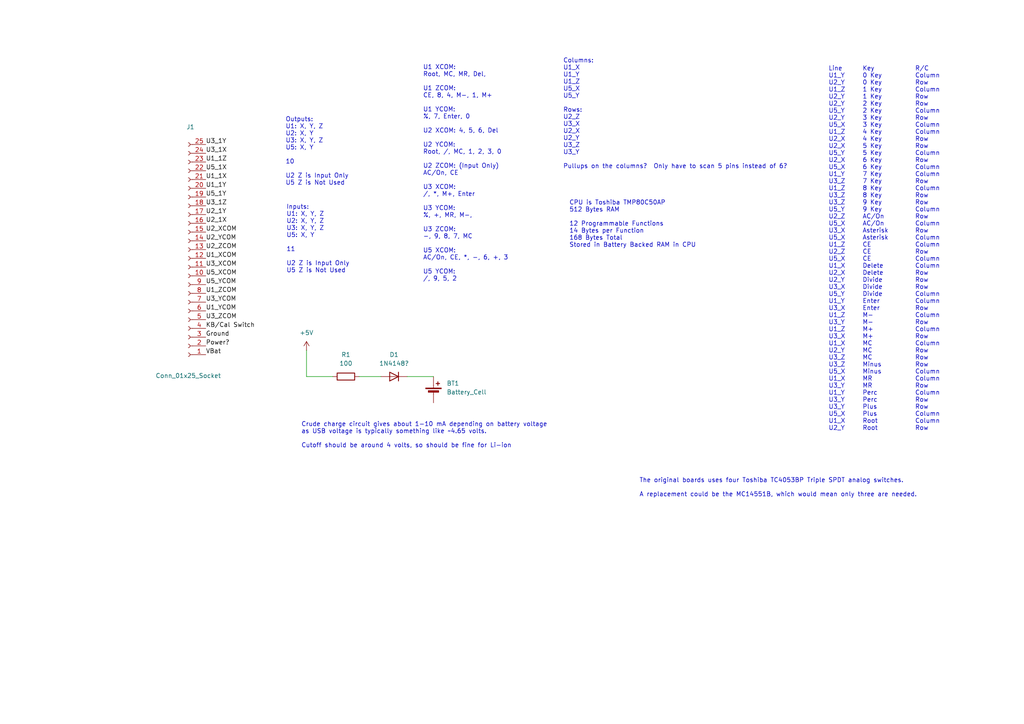
<source format=kicad_sch>
(kicad_sch
	(version 20231120)
	(generator "eeschema")
	(generator_version "8.0")
	(uuid "91b4b52e-1d04-439a-bea2-aefd7933718e")
	(paper "A4")
	(lib_symbols
		(symbol "Connector:Conn_01x25_Socket"
			(pin_names
				(offset 1.016) hide)
			(exclude_from_sim no)
			(in_bom yes)
			(on_board yes)
			(property "Reference" "J"
				(at 0 33.02 0)
				(effects
					(font
						(size 1.27 1.27)
					)
				)
			)
			(property "Value" "Conn_01x25_Socket"
				(at 0 -33.02 0)
				(effects
					(font
						(size 1.27 1.27)
					)
				)
			)
			(property "Footprint" ""
				(at 0 0 0)
				(effects
					(font
						(size 1.27 1.27)
					)
					(hide yes)
				)
			)
			(property "Datasheet" "~"
				(at 0 0 0)
				(effects
					(font
						(size 1.27 1.27)
					)
					(hide yes)
				)
			)
			(property "Description" "Generic connector, single row, 01x25, script generated"
				(at 0 0 0)
				(effects
					(font
						(size 1.27 1.27)
					)
					(hide yes)
				)
			)
			(property "ki_locked" ""
				(at 0 0 0)
				(effects
					(font
						(size 1.27 1.27)
					)
				)
			)
			(property "ki_keywords" "connector"
				(at 0 0 0)
				(effects
					(font
						(size 1.27 1.27)
					)
					(hide yes)
				)
			)
			(property "ki_fp_filters" "Connector*:*_1x??_*"
				(at 0 0 0)
				(effects
					(font
						(size 1.27 1.27)
					)
					(hide yes)
				)
			)
			(symbol "Conn_01x25_Socket_1_1"
				(arc
					(start 0 -29.972)
					(mid -0.5058 -30.48)
					(end 0 -30.988)
					(stroke
						(width 0.1524)
						(type default)
					)
					(fill
						(type none)
					)
				)
				(arc
					(start 0 -27.432)
					(mid -0.5058 -27.94)
					(end 0 -28.448)
					(stroke
						(width 0.1524)
						(type default)
					)
					(fill
						(type none)
					)
				)
				(arc
					(start 0 -24.892)
					(mid -0.5058 -25.4)
					(end 0 -25.908)
					(stroke
						(width 0.1524)
						(type default)
					)
					(fill
						(type none)
					)
				)
				(arc
					(start 0 -22.352)
					(mid -0.5058 -22.86)
					(end 0 -23.368)
					(stroke
						(width 0.1524)
						(type default)
					)
					(fill
						(type none)
					)
				)
				(arc
					(start 0 -19.812)
					(mid -0.5058 -20.32)
					(end 0 -20.828)
					(stroke
						(width 0.1524)
						(type default)
					)
					(fill
						(type none)
					)
				)
				(arc
					(start 0 -17.272)
					(mid -0.5058 -17.78)
					(end 0 -18.288)
					(stroke
						(width 0.1524)
						(type default)
					)
					(fill
						(type none)
					)
				)
				(arc
					(start 0 -14.732)
					(mid -0.5058 -15.24)
					(end 0 -15.748)
					(stroke
						(width 0.1524)
						(type default)
					)
					(fill
						(type none)
					)
				)
				(arc
					(start 0 -12.192)
					(mid -0.5058 -12.7)
					(end 0 -13.208)
					(stroke
						(width 0.1524)
						(type default)
					)
					(fill
						(type none)
					)
				)
				(arc
					(start 0 -9.652)
					(mid -0.5058 -10.16)
					(end 0 -10.668)
					(stroke
						(width 0.1524)
						(type default)
					)
					(fill
						(type none)
					)
				)
				(arc
					(start 0 -7.112)
					(mid -0.5058 -7.62)
					(end 0 -8.128)
					(stroke
						(width 0.1524)
						(type default)
					)
					(fill
						(type none)
					)
				)
				(arc
					(start 0 -4.572)
					(mid -0.5058 -5.08)
					(end 0 -5.588)
					(stroke
						(width 0.1524)
						(type default)
					)
					(fill
						(type none)
					)
				)
				(arc
					(start 0 -2.032)
					(mid -0.5058 -2.54)
					(end 0 -3.048)
					(stroke
						(width 0.1524)
						(type default)
					)
					(fill
						(type none)
					)
				)
				(polyline
					(pts
						(xy -1.27 -30.48) (xy -0.508 -30.48)
					)
					(stroke
						(width 0.1524)
						(type default)
					)
					(fill
						(type none)
					)
				)
				(polyline
					(pts
						(xy -1.27 -27.94) (xy -0.508 -27.94)
					)
					(stroke
						(width 0.1524)
						(type default)
					)
					(fill
						(type none)
					)
				)
				(polyline
					(pts
						(xy -1.27 -25.4) (xy -0.508 -25.4)
					)
					(stroke
						(width 0.1524)
						(type default)
					)
					(fill
						(type none)
					)
				)
				(polyline
					(pts
						(xy -1.27 -22.86) (xy -0.508 -22.86)
					)
					(stroke
						(width 0.1524)
						(type default)
					)
					(fill
						(type none)
					)
				)
				(polyline
					(pts
						(xy -1.27 -20.32) (xy -0.508 -20.32)
					)
					(stroke
						(width 0.1524)
						(type default)
					)
					(fill
						(type none)
					)
				)
				(polyline
					(pts
						(xy -1.27 -17.78) (xy -0.508 -17.78)
					)
					(stroke
						(width 0.1524)
						(type default)
					)
					(fill
						(type none)
					)
				)
				(polyline
					(pts
						(xy -1.27 -15.24) (xy -0.508 -15.24)
					)
					(stroke
						(width 0.1524)
						(type default)
					)
					(fill
						(type none)
					)
				)
				(polyline
					(pts
						(xy -1.27 -12.7) (xy -0.508 -12.7)
					)
					(stroke
						(width 0.1524)
						(type default)
					)
					(fill
						(type none)
					)
				)
				(polyline
					(pts
						(xy -1.27 -10.16) (xy -0.508 -10.16)
					)
					(stroke
						(width 0.1524)
						(type default)
					)
					(fill
						(type none)
					)
				)
				(polyline
					(pts
						(xy -1.27 -7.62) (xy -0.508 -7.62)
					)
					(stroke
						(width 0.1524)
						(type default)
					)
					(fill
						(type none)
					)
				)
				(polyline
					(pts
						(xy -1.27 -5.08) (xy -0.508 -5.08)
					)
					(stroke
						(width 0.1524)
						(type default)
					)
					(fill
						(type none)
					)
				)
				(polyline
					(pts
						(xy -1.27 -2.54) (xy -0.508 -2.54)
					)
					(stroke
						(width 0.1524)
						(type default)
					)
					(fill
						(type none)
					)
				)
				(polyline
					(pts
						(xy -1.27 0) (xy -0.508 0)
					)
					(stroke
						(width 0.1524)
						(type default)
					)
					(fill
						(type none)
					)
				)
				(polyline
					(pts
						(xy -1.27 2.54) (xy -0.508 2.54)
					)
					(stroke
						(width 0.1524)
						(type default)
					)
					(fill
						(type none)
					)
				)
				(polyline
					(pts
						(xy -1.27 5.08) (xy -0.508 5.08)
					)
					(stroke
						(width 0.1524)
						(type default)
					)
					(fill
						(type none)
					)
				)
				(polyline
					(pts
						(xy -1.27 7.62) (xy -0.508 7.62)
					)
					(stroke
						(width 0.1524)
						(type default)
					)
					(fill
						(type none)
					)
				)
				(polyline
					(pts
						(xy -1.27 10.16) (xy -0.508 10.16)
					)
					(stroke
						(width 0.1524)
						(type default)
					)
					(fill
						(type none)
					)
				)
				(polyline
					(pts
						(xy -1.27 12.7) (xy -0.508 12.7)
					)
					(stroke
						(width 0.1524)
						(type default)
					)
					(fill
						(type none)
					)
				)
				(polyline
					(pts
						(xy -1.27 15.24) (xy -0.508 15.24)
					)
					(stroke
						(width 0.1524)
						(type default)
					)
					(fill
						(type none)
					)
				)
				(polyline
					(pts
						(xy -1.27 17.78) (xy -0.508 17.78)
					)
					(stroke
						(width 0.1524)
						(type default)
					)
					(fill
						(type none)
					)
				)
				(polyline
					(pts
						(xy -1.27 20.32) (xy -0.508 20.32)
					)
					(stroke
						(width 0.1524)
						(type default)
					)
					(fill
						(type none)
					)
				)
				(polyline
					(pts
						(xy -1.27 22.86) (xy -0.508 22.86)
					)
					(stroke
						(width 0.1524)
						(type default)
					)
					(fill
						(type none)
					)
				)
				(polyline
					(pts
						(xy -1.27 25.4) (xy -0.508 25.4)
					)
					(stroke
						(width 0.1524)
						(type default)
					)
					(fill
						(type none)
					)
				)
				(polyline
					(pts
						(xy -1.27 27.94) (xy -0.508 27.94)
					)
					(stroke
						(width 0.1524)
						(type default)
					)
					(fill
						(type none)
					)
				)
				(polyline
					(pts
						(xy -1.27 30.48) (xy -0.508 30.48)
					)
					(stroke
						(width 0.1524)
						(type default)
					)
					(fill
						(type none)
					)
				)
				(arc
					(start 0 0.508)
					(mid -0.5058 0)
					(end 0 -0.508)
					(stroke
						(width 0.1524)
						(type default)
					)
					(fill
						(type none)
					)
				)
				(arc
					(start 0 3.048)
					(mid -0.5058 2.54)
					(end 0 2.032)
					(stroke
						(width 0.1524)
						(type default)
					)
					(fill
						(type none)
					)
				)
				(arc
					(start 0 5.588)
					(mid -0.5058 5.08)
					(end 0 4.572)
					(stroke
						(width 0.1524)
						(type default)
					)
					(fill
						(type none)
					)
				)
				(arc
					(start 0 8.128)
					(mid -0.5058 7.62)
					(end 0 7.112)
					(stroke
						(width 0.1524)
						(type default)
					)
					(fill
						(type none)
					)
				)
				(arc
					(start 0 10.668)
					(mid -0.5058 10.16)
					(end 0 9.652)
					(stroke
						(width 0.1524)
						(type default)
					)
					(fill
						(type none)
					)
				)
				(arc
					(start 0 13.208)
					(mid -0.5058 12.7)
					(end 0 12.192)
					(stroke
						(width 0.1524)
						(type default)
					)
					(fill
						(type none)
					)
				)
				(arc
					(start 0 15.748)
					(mid -0.5058 15.24)
					(end 0 14.732)
					(stroke
						(width 0.1524)
						(type default)
					)
					(fill
						(type none)
					)
				)
				(arc
					(start 0 18.288)
					(mid -0.5058 17.78)
					(end 0 17.272)
					(stroke
						(width 0.1524)
						(type default)
					)
					(fill
						(type none)
					)
				)
				(arc
					(start 0 20.828)
					(mid -0.5058 20.32)
					(end 0 19.812)
					(stroke
						(width 0.1524)
						(type default)
					)
					(fill
						(type none)
					)
				)
				(arc
					(start 0 23.368)
					(mid -0.5058 22.86)
					(end 0 22.352)
					(stroke
						(width 0.1524)
						(type default)
					)
					(fill
						(type none)
					)
				)
				(arc
					(start 0 25.908)
					(mid -0.5058 25.4)
					(end 0 24.892)
					(stroke
						(width 0.1524)
						(type default)
					)
					(fill
						(type none)
					)
				)
				(arc
					(start 0 28.448)
					(mid -0.5058 27.94)
					(end 0 27.432)
					(stroke
						(width 0.1524)
						(type default)
					)
					(fill
						(type none)
					)
				)
				(arc
					(start 0 30.988)
					(mid -0.5058 30.48)
					(end 0 29.972)
					(stroke
						(width 0.1524)
						(type default)
					)
					(fill
						(type none)
					)
				)
				(pin passive line
					(at -5.08 30.48 0)
					(length 3.81)
					(name "Pin_1"
						(effects
							(font
								(size 1.27 1.27)
							)
						)
					)
					(number "1"
						(effects
							(font
								(size 1.27 1.27)
							)
						)
					)
				)
				(pin passive line
					(at -5.08 7.62 0)
					(length 3.81)
					(name "Pin_10"
						(effects
							(font
								(size 1.27 1.27)
							)
						)
					)
					(number "10"
						(effects
							(font
								(size 1.27 1.27)
							)
						)
					)
				)
				(pin passive line
					(at -5.08 5.08 0)
					(length 3.81)
					(name "Pin_11"
						(effects
							(font
								(size 1.27 1.27)
							)
						)
					)
					(number "11"
						(effects
							(font
								(size 1.27 1.27)
							)
						)
					)
				)
				(pin passive line
					(at -5.08 2.54 0)
					(length 3.81)
					(name "Pin_12"
						(effects
							(font
								(size 1.27 1.27)
							)
						)
					)
					(number "12"
						(effects
							(font
								(size 1.27 1.27)
							)
						)
					)
				)
				(pin passive line
					(at -5.08 0 0)
					(length 3.81)
					(name "Pin_13"
						(effects
							(font
								(size 1.27 1.27)
							)
						)
					)
					(number "13"
						(effects
							(font
								(size 1.27 1.27)
							)
						)
					)
				)
				(pin passive line
					(at -5.08 -2.54 0)
					(length 3.81)
					(name "Pin_14"
						(effects
							(font
								(size 1.27 1.27)
							)
						)
					)
					(number "14"
						(effects
							(font
								(size 1.27 1.27)
							)
						)
					)
				)
				(pin passive line
					(at -5.08 -5.08 0)
					(length 3.81)
					(name "Pin_15"
						(effects
							(font
								(size 1.27 1.27)
							)
						)
					)
					(number "15"
						(effects
							(font
								(size 1.27 1.27)
							)
						)
					)
				)
				(pin passive line
					(at -5.08 -7.62 0)
					(length 3.81)
					(name "Pin_16"
						(effects
							(font
								(size 1.27 1.27)
							)
						)
					)
					(number "16"
						(effects
							(font
								(size 1.27 1.27)
							)
						)
					)
				)
				(pin passive line
					(at -5.08 -10.16 0)
					(length 3.81)
					(name "Pin_17"
						(effects
							(font
								(size 1.27 1.27)
							)
						)
					)
					(number "17"
						(effects
							(font
								(size 1.27 1.27)
							)
						)
					)
				)
				(pin passive line
					(at -5.08 -12.7 0)
					(length 3.81)
					(name "Pin_18"
						(effects
							(font
								(size 1.27 1.27)
							)
						)
					)
					(number "18"
						(effects
							(font
								(size 1.27 1.27)
							)
						)
					)
				)
				(pin passive line
					(at -5.08 -15.24 0)
					(length 3.81)
					(name "Pin_19"
						(effects
							(font
								(size 1.27 1.27)
							)
						)
					)
					(number "19"
						(effects
							(font
								(size 1.27 1.27)
							)
						)
					)
				)
				(pin passive line
					(at -5.08 27.94 0)
					(length 3.81)
					(name "Pin_2"
						(effects
							(font
								(size 1.27 1.27)
							)
						)
					)
					(number "2"
						(effects
							(font
								(size 1.27 1.27)
							)
						)
					)
				)
				(pin passive line
					(at -5.08 -17.78 0)
					(length 3.81)
					(name "Pin_20"
						(effects
							(font
								(size 1.27 1.27)
							)
						)
					)
					(number "20"
						(effects
							(font
								(size 1.27 1.27)
							)
						)
					)
				)
				(pin passive line
					(at -5.08 -20.32 0)
					(length 3.81)
					(name "Pin_21"
						(effects
							(font
								(size 1.27 1.27)
							)
						)
					)
					(number "21"
						(effects
							(font
								(size 1.27 1.27)
							)
						)
					)
				)
				(pin passive line
					(at -5.08 -22.86 0)
					(length 3.81)
					(name "Pin_22"
						(effects
							(font
								(size 1.27 1.27)
							)
						)
					)
					(number "22"
						(effects
							(font
								(size 1.27 1.27)
							)
						)
					)
				)
				(pin passive line
					(at -5.08 -25.4 0)
					(length 3.81)
					(name "Pin_23"
						(effects
							(font
								(size 1.27 1.27)
							)
						)
					)
					(number "23"
						(effects
							(font
								(size 1.27 1.27)
							)
						)
					)
				)
				(pin passive line
					(at -5.08 -27.94 0)
					(length 3.81)
					(name "Pin_24"
						(effects
							(font
								(size 1.27 1.27)
							)
						)
					)
					(number "24"
						(effects
							(font
								(size 1.27 1.27)
							)
						)
					)
				)
				(pin passive line
					(at -5.08 -30.48 0)
					(length 3.81)
					(name "Pin_25"
						(effects
							(font
								(size 1.27 1.27)
							)
						)
					)
					(number "25"
						(effects
							(font
								(size 1.27 1.27)
							)
						)
					)
				)
				(pin passive line
					(at -5.08 25.4 0)
					(length 3.81)
					(name "Pin_3"
						(effects
							(font
								(size 1.27 1.27)
							)
						)
					)
					(number "3"
						(effects
							(font
								(size 1.27 1.27)
							)
						)
					)
				)
				(pin passive line
					(at -5.08 22.86 0)
					(length 3.81)
					(name "Pin_4"
						(effects
							(font
								(size 1.27 1.27)
							)
						)
					)
					(number "4"
						(effects
							(font
								(size 1.27 1.27)
							)
						)
					)
				)
				(pin passive line
					(at -5.08 20.32 0)
					(length 3.81)
					(name "Pin_5"
						(effects
							(font
								(size 1.27 1.27)
							)
						)
					)
					(number "5"
						(effects
							(font
								(size 1.27 1.27)
							)
						)
					)
				)
				(pin passive line
					(at -5.08 17.78 0)
					(length 3.81)
					(name "Pin_6"
						(effects
							(font
								(size 1.27 1.27)
							)
						)
					)
					(number "6"
						(effects
							(font
								(size 1.27 1.27)
							)
						)
					)
				)
				(pin passive line
					(at -5.08 15.24 0)
					(length 3.81)
					(name "Pin_7"
						(effects
							(font
								(size 1.27 1.27)
							)
						)
					)
					(number "7"
						(effects
							(font
								(size 1.27 1.27)
							)
						)
					)
				)
				(pin passive line
					(at -5.08 12.7 0)
					(length 3.81)
					(name "Pin_8"
						(effects
							(font
								(size 1.27 1.27)
							)
						)
					)
					(number "8"
						(effects
							(font
								(size 1.27 1.27)
							)
						)
					)
				)
				(pin passive line
					(at -5.08 10.16 0)
					(length 3.81)
					(name "Pin_9"
						(effects
							(font
								(size 1.27 1.27)
							)
						)
					)
					(number "9"
						(effects
							(font
								(size 1.27 1.27)
							)
						)
					)
				)
			)
		)
		(symbol "Device:Battery_Cell"
			(pin_numbers hide)
			(pin_names
				(offset 0) hide)
			(exclude_from_sim no)
			(in_bom yes)
			(on_board yes)
			(property "Reference" "BT"
				(at 2.54 2.54 0)
				(effects
					(font
						(size 1.27 1.27)
					)
					(justify left)
				)
			)
			(property "Value" "Battery_Cell"
				(at 2.54 0 0)
				(effects
					(font
						(size 1.27 1.27)
					)
					(justify left)
				)
			)
			(property "Footprint" ""
				(at 0 1.524 90)
				(effects
					(font
						(size 1.27 1.27)
					)
					(hide yes)
				)
			)
			(property "Datasheet" "~"
				(at 0 1.524 90)
				(effects
					(font
						(size 1.27 1.27)
					)
					(hide yes)
				)
			)
			(property "Description" "Single-cell battery"
				(at 0 0 0)
				(effects
					(font
						(size 1.27 1.27)
					)
					(hide yes)
				)
			)
			(property "ki_keywords" "battery cell"
				(at 0 0 0)
				(effects
					(font
						(size 1.27 1.27)
					)
					(hide yes)
				)
			)
			(symbol "Battery_Cell_0_1"
				(rectangle
					(start -2.286 1.778)
					(end 2.286 1.524)
					(stroke
						(width 0)
						(type default)
					)
					(fill
						(type outline)
					)
				)
				(rectangle
					(start -1.524 1.016)
					(end 1.524 0.508)
					(stroke
						(width 0)
						(type default)
					)
					(fill
						(type outline)
					)
				)
				(polyline
					(pts
						(xy 0 0.762) (xy 0 0)
					)
					(stroke
						(width 0)
						(type default)
					)
					(fill
						(type none)
					)
				)
				(polyline
					(pts
						(xy 0 1.778) (xy 0 2.54)
					)
					(stroke
						(width 0)
						(type default)
					)
					(fill
						(type none)
					)
				)
				(polyline
					(pts
						(xy 0.762 3.048) (xy 1.778 3.048)
					)
					(stroke
						(width 0.254)
						(type default)
					)
					(fill
						(type none)
					)
				)
				(polyline
					(pts
						(xy 1.27 3.556) (xy 1.27 2.54)
					)
					(stroke
						(width 0.254)
						(type default)
					)
					(fill
						(type none)
					)
				)
			)
			(symbol "Battery_Cell_1_1"
				(pin passive line
					(at 0 5.08 270)
					(length 2.54)
					(name "+"
						(effects
							(font
								(size 1.27 1.27)
							)
						)
					)
					(number "1"
						(effects
							(font
								(size 1.27 1.27)
							)
						)
					)
				)
				(pin passive line
					(at 0 -2.54 90)
					(length 2.54)
					(name "-"
						(effects
							(font
								(size 1.27 1.27)
							)
						)
					)
					(number "2"
						(effects
							(font
								(size 1.27 1.27)
							)
						)
					)
				)
			)
		)
		(symbol "Device:D"
			(pin_numbers hide)
			(pin_names
				(offset 1.016) hide)
			(exclude_from_sim no)
			(in_bom yes)
			(on_board yes)
			(property "Reference" "D"
				(at 0 2.54 0)
				(effects
					(font
						(size 1.27 1.27)
					)
				)
			)
			(property "Value" "D"
				(at 0 -2.54 0)
				(effects
					(font
						(size 1.27 1.27)
					)
				)
			)
			(property "Footprint" ""
				(at 0 0 0)
				(effects
					(font
						(size 1.27 1.27)
					)
					(hide yes)
				)
			)
			(property "Datasheet" "~"
				(at 0 0 0)
				(effects
					(font
						(size 1.27 1.27)
					)
					(hide yes)
				)
			)
			(property "Description" "Diode"
				(at 0 0 0)
				(effects
					(font
						(size 1.27 1.27)
					)
					(hide yes)
				)
			)
			(property "Sim.Device" "D"
				(at 0 0 0)
				(effects
					(font
						(size 1.27 1.27)
					)
					(hide yes)
				)
			)
			(property "Sim.Pins" "1=K 2=A"
				(at 0 0 0)
				(effects
					(font
						(size 1.27 1.27)
					)
					(hide yes)
				)
			)
			(property "ki_keywords" "diode"
				(at 0 0 0)
				(effects
					(font
						(size 1.27 1.27)
					)
					(hide yes)
				)
			)
			(property "ki_fp_filters" "TO-???* *_Diode_* *SingleDiode* D_*"
				(at 0 0 0)
				(effects
					(font
						(size 1.27 1.27)
					)
					(hide yes)
				)
			)
			(symbol "D_0_1"
				(polyline
					(pts
						(xy -1.27 1.27) (xy -1.27 -1.27)
					)
					(stroke
						(width 0.254)
						(type default)
					)
					(fill
						(type none)
					)
				)
				(polyline
					(pts
						(xy 1.27 0) (xy -1.27 0)
					)
					(stroke
						(width 0)
						(type default)
					)
					(fill
						(type none)
					)
				)
				(polyline
					(pts
						(xy 1.27 1.27) (xy 1.27 -1.27) (xy -1.27 0) (xy 1.27 1.27)
					)
					(stroke
						(width 0.254)
						(type default)
					)
					(fill
						(type none)
					)
				)
			)
			(symbol "D_1_1"
				(pin passive line
					(at -3.81 0 0)
					(length 2.54)
					(name "K"
						(effects
							(font
								(size 1.27 1.27)
							)
						)
					)
					(number "1"
						(effects
							(font
								(size 1.27 1.27)
							)
						)
					)
				)
				(pin passive line
					(at 3.81 0 180)
					(length 2.54)
					(name "A"
						(effects
							(font
								(size 1.27 1.27)
							)
						)
					)
					(number "2"
						(effects
							(font
								(size 1.27 1.27)
							)
						)
					)
				)
			)
		)
		(symbol "Device:R"
			(pin_numbers hide)
			(pin_names
				(offset 0)
			)
			(exclude_from_sim no)
			(in_bom yes)
			(on_board yes)
			(property "Reference" "R"
				(at 2.032 0 90)
				(effects
					(font
						(size 1.27 1.27)
					)
				)
			)
			(property "Value" "R"
				(at 0 0 90)
				(effects
					(font
						(size 1.27 1.27)
					)
				)
			)
			(property "Footprint" ""
				(at -1.778 0 90)
				(effects
					(font
						(size 1.27 1.27)
					)
					(hide yes)
				)
			)
			(property "Datasheet" "~"
				(at 0 0 0)
				(effects
					(font
						(size 1.27 1.27)
					)
					(hide yes)
				)
			)
			(property "Description" "Resistor"
				(at 0 0 0)
				(effects
					(font
						(size 1.27 1.27)
					)
					(hide yes)
				)
			)
			(property "ki_keywords" "R res resistor"
				(at 0 0 0)
				(effects
					(font
						(size 1.27 1.27)
					)
					(hide yes)
				)
			)
			(property "ki_fp_filters" "R_*"
				(at 0 0 0)
				(effects
					(font
						(size 1.27 1.27)
					)
					(hide yes)
				)
			)
			(symbol "R_0_1"
				(rectangle
					(start -1.016 -2.54)
					(end 1.016 2.54)
					(stroke
						(width 0.254)
						(type default)
					)
					(fill
						(type none)
					)
				)
			)
			(symbol "R_1_1"
				(pin passive line
					(at 0 3.81 270)
					(length 1.27)
					(name "~"
						(effects
							(font
								(size 1.27 1.27)
							)
						)
					)
					(number "1"
						(effects
							(font
								(size 1.27 1.27)
							)
						)
					)
				)
				(pin passive line
					(at 0 -3.81 90)
					(length 1.27)
					(name "~"
						(effects
							(font
								(size 1.27 1.27)
							)
						)
					)
					(number "2"
						(effects
							(font
								(size 1.27 1.27)
							)
						)
					)
				)
			)
		)
		(symbol "power:+5V"
			(power)
			(pin_numbers hide)
			(pin_names
				(offset 0) hide)
			(exclude_from_sim no)
			(in_bom yes)
			(on_board yes)
			(property "Reference" "#PWR"
				(at 0 -3.81 0)
				(effects
					(font
						(size 1.27 1.27)
					)
					(hide yes)
				)
			)
			(property "Value" "+5V"
				(at 0 3.556 0)
				(effects
					(font
						(size 1.27 1.27)
					)
				)
			)
			(property "Footprint" ""
				(at 0 0 0)
				(effects
					(font
						(size 1.27 1.27)
					)
					(hide yes)
				)
			)
			(property "Datasheet" ""
				(at 0 0 0)
				(effects
					(font
						(size 1.27 1.27)
					)
					(hide yes)
				)
			)
			(property "Description" "Power symbol creates a global label with name \"+5V\""
				(at 0 0 0)
				(effects
					(font
						(size 1.27 1.27)
					)
					(hide yes)
				)
			)
			(property "ki_keywords" "global power"
				(at 0 0 0)
				(effects
					(font
						(size 1.27 1.27)
					)
					(hide yes)
				)
			)
			(symbol "+5V_0_1"
				(polyline
					(pts
						(xy -0.762 1.27) (xy 0 2.54)
					)
					(stroke
						(width 0)
						(type default)
					)
					(fill
						(type none)
					)
				)
				(polyline
					(pts
						(xy 0 0) (xy 0 2.54)
					)
					(stroke
						(width 0)
						(type default)
					)
					(fill
						(type none)
					)
				)
				(polyline
					(pts
						(xy 0 2.54) (xy 0.762 1.27)
					)
					(stroke
						(width 0)
						(type default)
					)
					(fill
						(type none)
					)
				)
			)
			(symbol "+5V_1_1"
				(pin power_in line
					(at 0 0 90)
					(length 0)
					(name "~"
						(effects
							(font
								(size 1.27 1.27)
							)
						)
					)
					(number "1"
						(effects
							(font
								(size 1.27 1.27)
							)
						)
					)
				)
			)
		)
	)
	(wire
		(pts
			(xy 88.9 109.22) (xy 96.52 109.22)
		)
		(stroke
			(width 0)
			(type default)
		)
		(uuid "2f916c51-d467-4821-bbcc-6292fa6ea5fc")
	)
	(wire
		(pts
			(xy 118.11 109.22) (xy 125.73 109.22)
		)
		(stroke
			(width 0)
			(type default)
		)
		(uuid "6e8c0ab4-e558-4295-9c22-b730331c6ec2")
	)
	(wire
		(pts
			(xy 104.14 109.22) (xy 110.49 109.22)
		)
		(stroke
			(width 0)
			(type default)
		)
		(uuid "87a3519c-c883-49e0-b3a4-9ec5881e5192")
	)
	(wire
		(pts
			(xy 88.9 101.6) (xy 88.9 109.22)
		)
		(stroke
			(width 0)
			(type default)
		)
		(uuid "bcc46b13-9d19-4b1b-b006-dabb58c7f885")
	)
	(text "The original boards uses four Toshiba TC4053BP Triple SPDT analog switches.\n\nA replacement could be the MC14551B, which would mean only three are needed.\n\n"
		(exclude_from_sim no)
		(at 185.42 142.494 0)
		(effects
			(font
				(size 1.27 1.27)
			)
			(justify left)
		)
		(uuid "2711dd99-ee80-4b1e-bf56-078aa419d039")
	)
	(text "Outputs:\nU1: X, Y, Z\nU2: X, Y\nU3: X, Y, Z\nU5: X, Y\n\n10\n\nU2 Z is Input Only\nU5 Z is Not Used"
		(exclude_from_sim no)
		(at 82.804 43.942 0)
		(effects
			(font
				(size 1.27 1.27)
			)
			(justify left)
		)
		(uuid "2b70c125-0dc7-4947-8a24-da2e6093de33")
	)
	(text "Crude charge circuit gives about 1-10 mA depending on battery voltage \nas USB voltage is typically something like ~4.65 volts.\n\nCutoff should be around 4 volts, so should be fine for Li-ion"
		(exclude_from_sim no)
		(at 87.376 126.238 0)
		(effects
			(font
				(size 1.27 1.27)
			)
			(justify left)
		)
		(uuid "2c14e805-bd1c-47ef-8110-df0044e05856")
	)
	(text "Inputs:\nU1: X, Y, Z\nU2: X, Y, Z\nU3: X, Y, Z\nU5: X, Y\n\n11\n\nU2 Z is Input Only\nU5 Z is Not Used"
		(exclude_from_sim no)
		(at 83.058 69.342 0)
		(effects
			(font
				(size 1.27 1.27)
			)
			(justify left)
		)
		(uuid "a37118a9-e09b-443b-a1b9-2920bb32682d")
	)
	(text "U1 XCOM:\nRoot, MC, MR, Del, \n\nU1 ZCOM:\nCE, 8, 4, M-, 1, M+\n\nU1 YCOM:\n%, 7, Enter, 0\n\nU2 XCOM: 4, 5, 6, Del\n\nU2 YCOM:\nRoot, /, MC, 1, 2, 3, 0\n\nU2 ZCOM: (Input Only)\nAC/On, CE\n\nU3 XCOM:\n/, *, M+, Enter\n\nU3 YCOM:\n%, +, MR, M-, \n\nU3 ZCOM:\n-, 9, 8, 7, MC\n\nU5 XCOM:\nAC/On, CE, *, -, 6, +, 3\n\nU5 YCOM:\n/, 9, 5, 2\n"
		(exclude_from_sim no)
		(at 122.682 50.292 0)
		(effects
			(font
				(size 1.27 1.27)
			)
			(justify left)
		)
		(uuid "add9b62f-675e-4114-ba64-4ad5aad77a45")
	)
	(text "CPU is Toshiba TMP80C50AP\n512 Bytes RAM\n\n12 Programmable Functions\n14 Bytes per Function\n168 Bytes Total\nStored in Battery Backed RAM in CPU"
		(exclude_from_sim no)
		(at 165.1 65.024 0)
		(effects
			(font
				(size 1.27 1.27)
			)
			(justify left)
		)
		(uuid "cd2a2ff8-0a6d-415b-812a-ec14955a2730")
	)
	(text "Columns:\nU1_X\nU1_Y\nU1_Z\nU5_X\nU5_Y\n\nRows:\nU2_Z\nU3_X\nU2_X\nU2_Y\nU3_Z\nU3_Y\n\nPullups on the columns?  Only have to scan 5 pins instead of 6?"
		(exclude_from_sim no)
		(at 163.322 33.02 0)
		(effects
			(font
				(size 1.27 1.27)
			)
			(justify left)
		)
		(uuid "ded87fc5-358d-47af-b7ea-2ab32d97c737")
	)
	(text "Line	Key			R/C\nU1_Y	0 Key		Column\nU2_Y	0 Key		Row\nU1_Z	1 Key		Column\nU2_Y	1 Key		Row\nU2_Y	2 Key		Row\nU5_Y	2 Key		Column\nU2_Y	3 Key		Row\nU5_X	3 Key		Column\nU1_Z	4 Key		Column\nU2_X	4 Key		Row\nU2_X	5 Key		Row\nU5_Y	5 Key		Column\nU2_X	6 Key		Row\nU5_X	6 Key		Column\nU1_Y	7 Key		Column\nU3_Z	7 Key		Row\nU1_Z	8 Key		Column\nU3_Z	8 Key		Row\nU3_Z	9 Key		Row\nU5_Y	9 Key		Column\nU2_Z	AC/On		Row\nU5_X	AC/On		Column\nU3_X	Asterisk	Row\nU5_X	Asterisk	Column\nU1_Z	CE			Column\nU2_Z	CE			Row\nU5_X	CE			Column\nU1_X	Delete		Column\nU2_X	Delete		Row\nU2_Y	Divide		Row\nU3_X	Divide		Row\nU5_Y	Divide		Column\nU1_Y	Enter 		Column\nU3_X	Enter 		Row\nU1_Z	M-			Column\nU3_Y	M-			Row\nU1_Z	M+			Column\nU3_X	M+			Row\nU1_X	MC			Column\nU2_Y	MC			Row\nU3_Z	MC			Row\nU3_Z	Minus		Row\nU5_X	Minus		Column\nU1_X	MR			Column\nU3_Y	MR			Row\nU1_Y	Perc		Column\nU3_Y	Perc		Row\nU3_Y	Plus		Row\nU5_X	Plus		Column\nU1_X	Root		Column\nU2_Y	Root		Row"
		(exclude_from_sim no)
		(at 240.284 72.136 0)
		(effects
			(font
				(size 1.27 1.27)
			)
			(justify left)
		)
		(uuid "f1817541-6aaf-4986-b47e-3054e032be65")
	)
	(label "U1_YCOM"
		(at 59.69 90.17 0)
		(fields_autoplaced yes)
		(effects
			(font
				(size 1.27 1.27)
			)
			(justify left bottom)
		)
		(uuid "034b588d-a7eb-4cd1-9977-c2a10a73736b")
	)
	(label "U3_1Z"
		(at 59.69 59.69 0)
		(fields_autoplaced yes)
		(effects
			(font
				(size 1.27 1.27)
			)
			(justify left bottom)
		)
		(uuid "0af3e223-ebd1-4e13-8840-e6ce0b9d00df")
	)
	(label "U3_1Y"
		(at 59.69 41.91 0)
		(fields_autoplaced yes)
		(effects
			(font
				(size 1.27 1.27)
			)
			(justify left bottom)
		)
		(uuid "0ebad58e-8447-43d3-a48b-252238a72dc3")
	)
	(label "U2_1X"
		(at 59.69 64.77 0)
		(fields_autoplaced yes)
		(effects
			(font
				(size 1.27 1.27)
			)
			(justify left bottom)
		)
		(uuid "1e31fecc-581f-45ea-951e-b230930f06bb")
	)
	(label "U2_ZCOM"
		(at 59.69 72.39 0)
		(fields_autoplaced yes)
		(effects
			(font
				(size 1.27 1.27)
			)
			(justify left bottom)
		)
		(uuid "2c7bc3ac-a503-4251-8f64-bb4b9afb6cea")
	)
	(label "U3_1X"
		(at 59.69 44.45 0)
		(fields_autoplaced yes)
		(effects
			(font
				(size 1.27 1.27)
			)
			(justify left bottom)
		)
		(uuid "3a0cef85-6dfe-48e6-954a-82d599449bf1")
	)
	(label "VBat"
		(at 59.69 102.87 0)
		(fields_autoplaced yes)
		(effects
			(font
				(size 1.27 1.27)
			)
			(justify left bottom)
		)
		(uuid "578878a3-0efe-496c-a368-08f0962c90e8")
	)
	(label "U2_1Y"
		(at 59.69 62.23 0)
		(fields_autoplaced yes)
		(effects
			(font
				(size 1.27 1.27)
			)
			(justify left bottom)
		)
		(uuid "63d29344-286f-4900-a98e-1e835f530778")
	)
	(label "U1_XCOM"
		(at 59.69 74.93 0)
		(fields_autoplaced yes)
		(effects
			(font
				(size 1.27 1.27)
			)
			(justify left bottom)
		)
		(uuid "68861f31-2b30-4904-ad37-6fd159d7f51a")
	)
	(label "U1_1Y"
		(at 59.69 54.61 0)
		(fields_autoplaced yes)
		(effects
			(font
				(size 1.27 1.27)
			)
			(justify left bottom)
		)
		(uuid "720a527d-9e2b-4b0c-bbc4-67434a433a13")
	)
	(label "U3_ZCOM"
		(at 59.69 92.71 0)
		(fields_autoplaced yes)
		(effects
			(font
				(size 1.27 1.27)
			)
			(justify left bottom)
		)
		(uuid "79d5f1bd-ba51-4504-a468-90541b339cb2")
	)
	(label "U5_1Y"
		(at 59.69 57.15 0)
		(fields_autoplaced yes)
		(effects
			(font
				(size 1.27 1.27)
			)
			(justify left bottom)
		)
		(uuid "7cba1e5d-72f5-4a2b-8aec-5dad44a6fee5")
	)
	(label "Power?"
		(at 59.69 100.33 0)
		(fields_autoplaced yes)
		(effects
			(font
				(size 1.27 1.27)
			)
			(justify left bottom)
		)
		(uuid "808d2ff7-fc44-4c6b-9e56-bcb858f2fef3")
	)
	(label "KB{slash}Cal Switch"
		(at 59.69 95.25 0)
		(fields_autoplaced yes)
		(effects
			(font
				(size 1.27 1.27)
			)
			(justify left bottom)
		)
		(uuid "8bb47fa4-379d-45e9-95d2-e8d3ccab94d4")
	)
	(label "U5_XCOM"
		(at 59.69 80.01 0)
		(fields_autoplaced yes)
		(effects
			(font
				(size 1.27 1.27)
			)
			(justify left bottom)
		)
		(uuid "a77df35e-bd40-46cf-85fe-253d3333fe61")
	)
	(label "Ground"
		(at 59.69 97.79 0)
		(fields_autoplaced yes)
		(effects
			(font
				(size 1.27 1.27)
			)
			(justify left bottom)
		)
		(uuid "ae19b269-3c1e-4069-b0cd-3949c956c7fb")
	)
	(label "U5_YCOM"
		(at 59.69 82.55 0)
		(fields_autoplaced yes)
		(effects
			(font
				(size 1.27 1.27)
			)
			(justify left bottom)
		)
		(uuid "b171db31-9307-4382-a007-35c5afb51c95")
	)
	(label "U1_ZCOM"
		(at 59.69 85.09 0)
		(fields_autoplaced yes)
		(effects
			(font
				(size 1.27 1.27)
			)
			(justify left bottom)
		)
		(uuid "cdcaa3d1-194b-4f14-8974-0a960c33d4f4")
	)
	(label "U2_YCOM"
		(at 59.69 69.85 0)
		(fields_autoplaced yes)
		(effects
			(font
				(size 1.27 1.27)
			)
			(justify left bottom)
		)
		(uuid "d7dd8e52-de92-4e93-9ab1-15ac03996bd8")
	)
	(label "U2_XCOM"
		(at 59.69 67.31 0)
		(fields_autoplaced yes)
		(effects
			(font
				(size 1.27 1.27)
			)
			(justify left bottom)
		)
		(uuid "e82b937f-a2fa-40c6-b798-7a02a44eeae2")
	)
	(label "U1_1Z"
		(at 59.69 46.99 0)
		(fields_autoplaced yes)
		(effects
			(font
				(size 1.27 1.27)
			)
			(justify left bottom)
		)
		(uuid "ea00f41e-f2d2-4e00-9baa-db3b95fefadc")
	)
	(label "U1_1X"
		(at 59.69 52.07 0)
		(fields_autoplaced yes)
		(effects
			(font
				(size 1.27 1.27)
			)
			(justify left bottom)
		)
		(uuid "eda36f57-a939-449d-9421-aa67c6b9dbd2")
	)
	(label "U3_XCOM"
		(at 59.69 77.47 0)
		(fields_autoplaced yes)
		(effects
			(font
				(size 1.27 1.27)
			)
			(justify left bottom)
		)
		(uuid "f37595d1-c22d-438b-9c3c-0f4a2a412994")
	)
	(label "U5_1X"
		(at 59.69 49.53 0)
		(fields_autoplaced yes)
		(effects
			(font
				(size 1.27 1.27)
			)
			(justify left bottom)
		)
		(uuid "f62ff78a-497a-4178-a5ff-c49b9dcf4956")
	)
	(label "U3_YCOM"
		(at 59.69 87.63 0)
		(fields_autoplaced yes)
		(effects
			(font
				(size 1.27 1.27)
			)
			(justify left bottom)
		)
		(uuid "fc15b29e-8b16-4132-9011-7eecc6a865c3")
	)
	(symbol
		(lib_id "Connector:Conn_01x25_Socket")
		(at 54.61 72.39 180)
		(unit 1)
		(exclude_from_sim no)
		(in_bom yes)
		(on_board yes)
		(dnp no)
		(uuid "416d3170-57b9-4503-92cb-c1fa97630ca0")
		(property "Reference" "J1"
			(at 55.245 36.83 0)
			(effects
				(font
					(size 1.27 1.27)
				)
			)
		)
		(property "Value" "Conn_01x25_Socket"
			(at 54.61 108.966 0)
			(effects
				(font
					(size 1.27 1.27)
				)
			)
		)
		(property "Footprint" ""
			(at 54.61 72.39 0)
			(effects
				(font
					(size 1.27 1.27)
				)
				(hide yes)
			)
		)
		(property "Datasheet" "~"
			(at 54.61 72.39 0)
			(effects
				(font
					(size 1.27 1.27)
				)
				(hide yes)
			)
		)
		(property "Description" "Generic connector, single row, 01x25, script generated"
			(at 54.61 72.39 0)
			(effects
				(font
					(size 1.27 1.27)
				)
				(hide yes)
			)
		)
		(pin "17"
			(uuid "3a16a506-4e23-4b7b-bf8d-c0d5c308abc4")
		)
		(pin "3"
			(uuid "90a2b006-3d21-46c2-838b-6510ef83482d")
		)
		(pin "24"
			(uuid "f7c88827-f5d0-44c7-b8d6-177c32395fe8")
		)
		(pin "12"
			(uuid "a7521777-0c24-4bf1-b3c7-268de837c75b")
		)
		(pin "2"
			(uuid "4ce18ef4-82b2-4828-b790-285950743ec4")
		)
		(pin "22"
			(uuid "55994133-03a4-43fc-aa09-ecd7c94e3ac3")
		)
		(pin "5"
			(uuid "fcb0a80a-779c-411d-9845-0b9a97e09abb")
		)
		(pin "7"
			(uuid "e5c569a4-23e6-47f1-9871-f03396c3c966")
		)
		(pin "8"
			(uuid "aa94ecae-2926-4b4e-8e28-80f6db0ca510")
		)
		(pin "11"
			(uuid "5ae5587f-df6d-41ec-9060-3a2a84beac97")
		)
		(pin "6"
			(uuid "9390de1f-f5f1-4b2b-8178-848be36e7ce4")
		)
		(pin "15"
			(uuid "893772d8-f368-4468-a9f0-3bdbf794aa9c")
		)
		(pin "14"
			(uuid "09a2d30b-0b2e-48a3-a17b-f6531e39ee21")
		)
		(pin "20"
			(uuid "cc5b3b30-6b26-4730-9456-f89ed1dc92fd")
		)
		(pin "9"
			(uuid "7f730673-48e3-4d29-b89f-98518891bdbc")
		)
		(pin "21"
			(uuid "43f8bbe5-1fbc-4d42-8736-4786270c8464")
		)
		(pin "19"
			(uuid "da5e09ce-86a1-4325-9e33-5b147ecf6952")
		)
		(pin "23"
			(uuid "caf3dc1d-0cbd-41a3-b01c-a91925308715")
		)
		(pin "10"
			(uuid "53c65680-cf5e-45a6-8031-783faddf219c")
		)
		(pin "16"
			(uuid "b8c9e00c-7696-4de8-9fba-7b12823bbbbe")
		)
		(pin "13"
			(uuid "4f3ce05b-0fce-4bca-9b65-78c9aa0455a8")
		)
		(pin "25"
			(uuid "c19fed98-ba20-4e29-adda-c18e2316de35")
		)
		(pin "1"
			(uuid "598da6fd-8508-4027-a12e-7ce2f43073f6")
		)
		(pin "18"
			(uuid "45d6a7ba-7013-4512-a605-072b50df7546")
		)
		(pin "4"
			(uuid "6576c392-81a4-4069-9f41-f14eb0a510e2")
		)
		(instances
			(project ""
				(path "/91b4b52e-1d04-439a-bea2-aefd7933718e"
					(reference "J1")
					(unit 1)
				)
			)
		)
	)
	(symbol
		(lib_id "Device:Battery_Cell")
		(at 125.73 114.3 0)
		(unit 1)
		(exclude_from_sim no)
		(in_bom yes)
		(on_board yes)
		(dnp no)
		(fields_autoplaced yes)
		(uuid "41ff2b99-b32d-40a8-92d0-010f7ccf8b1c")
		(property "Reference" "BT1"
			(at 129.54 111.1884 0)
			(effects
				(font
					(size 1.27 1.27)
				)
				(justify left)
			)
		)
		(property "Value" "Battery_Cell"
			(at 129.54 113.7284 0)
			(effects
				(font
					(size 1.27 1.27)
				)
				(justify left)
			)
		)
		(property "Footprint" ""
			(at 125.73 112.776 90)
			(effects
				(font
					(size 1.27 1.27)
				)
				(hide yes)
			)
		)
		(property "Datasheet" "~"
			(at 125.73 112.776 90)
			(effects
				(font
					(size 1.27 1.27)
				)
				(hide yes)
			)
		)
		(property "Description" "Single-cell battery"
			(at 125.73 114.3 0)
			(effects
				(font
					(size 1.27 1.27)
				)
				(hide yes)
			)
		)
		(pin "1"
			(uuid "47360da4-0699-4aa0-a03e-184bd805ead7")
		)
		(pin "2"
			(uuid "89fc17f8-25fd-4c40-819a-71002c379ebc")
		)
		(instances
			(project ""
				(path "/91b4b52e-1d04-439a-bea2-aefd7933718e"
					(reference "BT1")
					(unit 1)
				)
			)
		)
	)
	(symbol
		(lib_id "power:+5V")
		(at 88.9 101.6 0)
		(unit 1)
		(exclude_from_sim no)
		(in_bom yes)
		(on_board yes)
		(dnp no)
		(fields_autoplaced yes)
		(uuid "7699d1c2-9ba1-407b-9b90-948dd2e7c802")
		(property "Reference" "#PWR01"
			(at 88.9 105.41 0)
			(effects
				(font
					(size 1.27 1.27)
				)
				(hide yes)
			)
		)
		(property "Value" "+5V"
			(at 88.9 96.52 0)
			(effects
				(font
					(size 1.27 1.27)
				)
			)
		)
		(property "Footprint" ""
			(at 88.9 101.6 0)
			(effects
				(font
					(size 1.27 1.27)
				)
				(hide yes)
			)
		)
		(property "Datasheet" ""
			(at 88.9 101.6 0)
			(effects
				(font
					(size 1.27 1.27)
				)
				(hide yes)
			)
		)
		(property "Description" "Power symbol creates a global label with name \"+5V\""
			(at 88.9 101.6 0)
			(effects
				(font
					(size 1.27 1.27)
				)
				(hide yes)
			)
		)
		(pin "1"
			(uuid "3b775462-da20-4366-b36f-3464d749539e")
		)
		(instances
			(project ""
				(path "/91b4b52e-1d04-439a-bea2-aefd7933718e"
					(reference "#PWR01")
					(unit 1)
				)
			)
		)
	)
	(symbol
		(lib_id "Device:D")
		(at 114.3 109.22 180)
		(unit 1)
		(exclude_from_sim no)
		(in_bom yes)
		(on_board yes)
		(dnp no)
		(fields_autoplaced yes)
		(uuid "de48fece-577a-4334-b7a0-f7752247062d")
		(property "Reference" "D1"
			(at 114.3 102.87 0)
			(effects
				(font
					(size 1.27 1.27)
				)
			)
		)
		(property "Value" "1N4148?"
			(at 114.3 105.41 0)
			(effects
				(font
					(size 1.27 1.27)
				)
			)
		)
		(property "Footprint" ""
			(at 114.3 109.22 0)
			(effects
				(font
					(size 1.27 1.27)
				)
				(hide yes)
			)
		)
		(property "Datasheet" "~"
			(at 114.3 109.22 0)
			(effects
				(font
					(size 1.27 1.27)
				)
				(hide yes)
			)
		)
		(property "Description" "Diode"
			(at 114.3 109.22 0)
			(effects
				(font
					(size 1.27 1.27)
				)
				(hide yes)
			)
		)
		(property "Sim.Device" "D"
			(at 114.3 109.22 0)
			(effects
				(font
					(size 1.27 1.27)
				)
				(hide yes)
			)
		)
		(property "Sim.Pins" "1=K 2=A"
			(at 114.3 109.22 0)
			(effects
				(font
					(size 1.27 1.27)
				)
				(hide yes)
			)
		)
		(pin "1"
			(uuid "034ca20b-f6fc-4afe-836a-06759af5508a")
		)
		(pin "2"
			(uuid "def86ba1-4686-4076-979b-9314a17600c2")
		)
		(instances
			(project ""
				(path "/91b4b52e-1d04-439a-bea2-aefd7933718e"
					(reference "D1")
					(unit 1)
				)
			)
		)
	)
	(symbol
		(lib_id "Device:R")
		(at 100.33 109.22 90)
		(unit 1)
		(exclude_from_sim no)
		(in_bom yes)
		(on_board yes)
		(dnp no)
		(fields_autoplaced yes)
		(uuid "ea76ade6-183a-4764-bc86-3a9ad35b3da8")
		(property "Reference" "R1"
			(at 100.33 102.87 90)
			(effects
				(font
					(size 1.27 1.27)
				)
			)
		)
		(property "Value" "100"
			(at 100.33 105.41 90)
			(effects
				(font
					(size 1.27 1.27)
				)
			)
		)
		(property "Footprint" ""
			(at 100.33 110.998 90)
			(effects
				(font
					(size 1.27 1.27)
				)
				(hide yes)
			)
		)
		(property "Datasheet" "~"
			(at 100.33 109.22 0)
			(effects
				(font
					(size 1.27 1.27)
				)
				(hide yes)
			)
		)
		(property "Description" "Resistor"
			(at 100.33 109.22 0)
			(effects
				(font
					(size 1.27 1.27)
				)
				(hide yes)
			)
		)
		(pin "1"
			(uuid "a618d9c5-a874-47df-9e53-00febff61218")
		)
		(pin "2"
			(uuid "b6d3f14b-1665-4e58-8e9a-9cce3f0c1d19")
		)
		(instances
			(project ""
				(path "/91b4b52e-1d04-439a-bea2-aefd7933718e"
					(reference "R1")
					(unit 1)
				)
			)
		)
	)
	(sheet_instances
		(path "/"
			(page "1")
		)
	)
)

</source>
